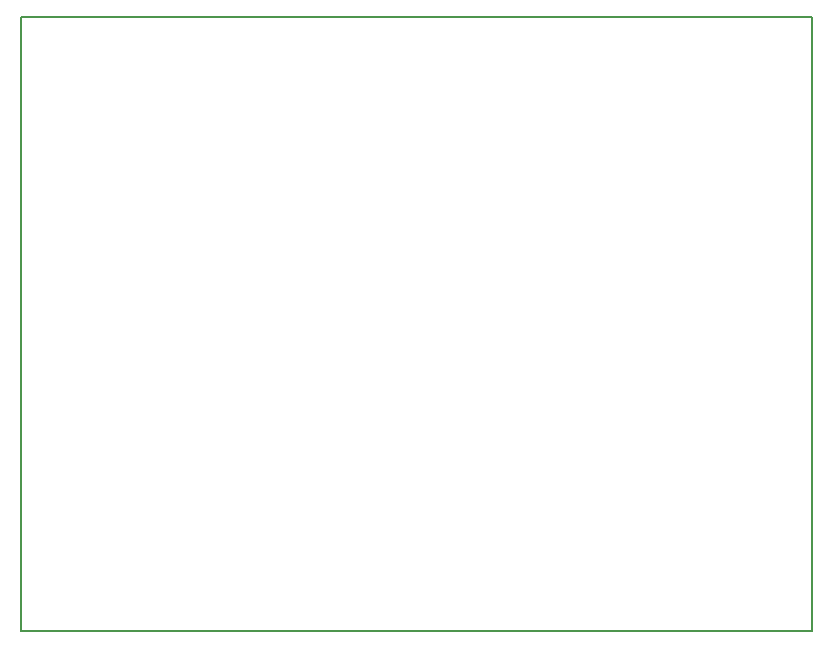
<source format=gbr>
G04 #@! TF.FileFunction,Profile,NP*
%FSLAX46Y46*%
G04 Gerber Fmt 4.6, Leading zero omitted, Abs format (unit mm)*
G04 Created by KiCad (PCBNEW 4.0.1-3.201512221401+6198~38~ubuntu15.10.1-stable) date Mon 19 Dec 2016 04:42:47 PM PST*
%MOMM*%
G01*
G04 APERTURE LIST*
%ADD10C,0.100000*%
%ADD11C,0.150000*%
G04 APERTURE END LIST*
D10*
D11*
X95000000Y-97000000D02*
X95000000Y-45000000D01*
X162000000Y-97000000D02*
X95000000Y-97000000D01*
X162000000Y-45000000D02*
X162000000Y-97000000D01*
X95000000Y-45000000D02*
X162000000Y-45000000D01*
M02*

</source>
